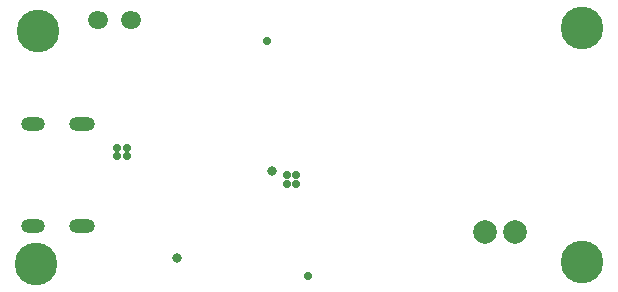
<source format=gbs>
G04*
G04 #@! TF.GenerationSoftware,Altium Limited,Altium Designer,20.0.13 (296)*
G04*
G04 Layer_Color=16711935*
%FSLAX25Y25*%
%MOIN*%
G70*
G01*
G75*
%ADD41O,0.06800X0.05800*%
%ADD42C,0.07887*%
%ADD43O,0.07887X0.04737*%
%ADD44O,0.08674X0.04737*%
%ADD45C,0.02800*%
%ADD46C,0.14186*%
%ADD47C,0.03300*%
D41*
X44100Y-4600D02*
D03*
X33000D02*
D03*
D42*
X162157Y-75500D02*
D03*
X172000D02*
D03*
D43*
X11397Y-39492D02*
D03*
Y-73508D02*
D03*
D44*
X27854D02*
D03*
Y-39492D02*
D03*
D45*
X42700Y-50000D02*
D03*
X39500D02*
D03*
X42700Y-47400D02*
D03*
X39500D02*
D03*
X89500Y-11600D02*
D03*
X96000Y-56500D02*
D03*
X99000D02*
D03*
Y-59500D02*
D03*
X103000Y-90000D02*
D03*
X96000Y-59500D02*
D03*
D46*
X194500Y-7500D02*
D03*
Y-85500D02*
D03*
X13000Y-8500D02*
D03*
X12500Y-86000D02*
D03*
D47*
X91000Y-55000D02*
D03*
X59500Y-84000D02*
D03*
M02*

</source>
